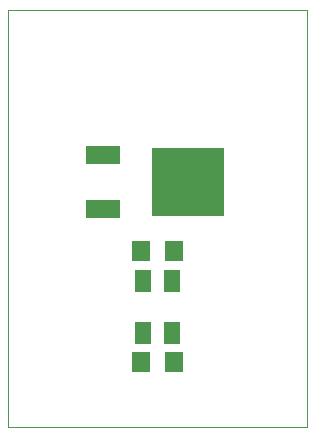
<source format=gbp>
G75*
%MOIN*%
%OFA0B0*%
%FSLAX24Y24*%
%IPPOS*%
%LPD*%
%AMOC8*
5,1,8,0,0,1.08239X$1,22.5*
%
%ADD10C,0.0000*%
%ADD11R,0.0630X0.0709*%
%ADD12R,0.0551X0.0748*%
%ADD13R,0.1181X0.0630*%
%ADD14R,0.2441X0.2283*%
D10*
X000660Y000660D02*
X000660Y014530D01*
X010652Y014530D01*
X010652Y000660D01*
X000660Y000660D01*
D11*
X005109Y002810D03*
X006211Y002810D03*
X006211Y006510D03*
X005109Y006510D03*
D12*
X005188Y005526D03*
X006132Y005526D03*
X006132Y003794D03*
X005188Y003794D03*
D13*
X003835Y007910D03*
X003835Y009710D03*
D14*
X006662Y008810D03*
M02*

</source>
